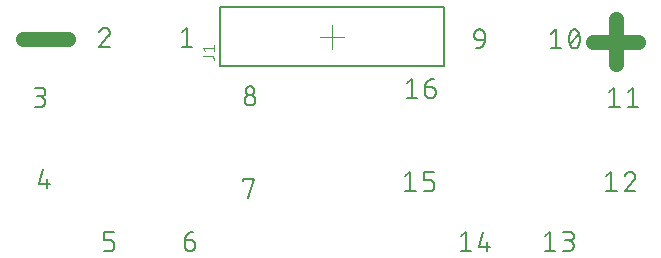
<source format=gto>
G75*
%MOIN*%
%OFA0B0*%
%FSLAX25Y25*%
%IPPOS*%
%LPD*%
%AMOC8*
5,1,8,0,0,1.08239X$1,22.5*
%
%ADD10C,0.05000*%
%ADD11C,0.00600*%
%ADD12C,0.00500*%
%ADD13C,0.00300*%
%ADD14C,0.00000*%
D10*
X0023500Y0108000D02*
X0038500Y0108000D01*
X0213500Y0107000D02*
X0228500Y0107000D01*
X0221000Y0099500D02*
X0221000Y0114500D01*
D11*
X0052433Y0037300D02*
X0050300Y0037300D01*
X0052433Y0037300D02*
X0052507Y0037302D01*
X0052582Y0037308D01*
X0052655Y0037318D01*
X0052729Y0037331D01*
X0052801Y0037348D01*
X0052872Y0037370D01*
X0052943Y0037394D01*
X0053011Y0037423D01*
X0053079Y0037455D01*
X0053144Y0037491D01*
X0053207Y0037529D01*
X0053269Y0037572D01*
X0053328Y0037617D01*
X0053385Y0037665D01*
X0053439Y0037716D01*
X0053490Y0037770D01*
X0053538Y0037827D01*
X0053583Y0037886D01*
X0053626Y0037948D01*
X0053664Y0038011D01*
X0053700Y0038076D01*
X0053732Y0038144D01*
X0053761Y0038212D01*
X0053785Y0038283D01*
X0053807Y0038354D01*
X0053824Y0038426D01*
X0053837Y0038500D01*
X0053847Y0038573D01*
X0053853Y0038648D01*
X0053855Y0038722D01*
X0053856Y0038722D02*
X0053856Y0039433D01*
X0053855Y0039433D02*
X0053853Y0039507D01*
X0053847Y0039582D01*
X0053837Y0039655D01*
X0053824Y0039729D01*
X0053807Y0039801D01*
X0053785Y0039872D01*
X0053761Y0039943D01*
X0053732Y0040011D01*
X0053700Y0040079D01*
X0053664Y0040144D01*
X0053626Y0040207D01*
X0053583Y0040269D01*
X0053538Y0040328D01*
X0053490Y0040385D01*
X0053439Y0040439D01*
X0053385Y0040490D01*
X0053328Y0040538D01*
X0053269Y0040583D01*
X0053207Y0040626D01*
X0053144Y0040664D01*
X0053079Y0040700D01*
X0053011Y0040732D01*
X0052943Y0040761D01*
X0052872Y0040785D01*
X0052801Y0040807D01*
X0052729Y0040824D01*
X0052655Y0040837D01*
X0052582Y0040847D01*
X0052507Y0040853D01*
X0052433Y0040855D01*
X0052433Y0040856D02*
X0050300Y0040856D01*
X0050300Y0043700D01*
X0053856Y0043700D01*
X0077300Y0040856D02*
X0077300Y0039078D01*
X0077300Y0040856D02*
X0079433Y0040856D01*
X0077300Y0040856D02*
X0077302Y0040962D01*
X0077308Y0041069D01*
X0077318Y0041174D01*
X0077332Y0041280D01*
X0077350Y0041385D01*
X0077371Y0041489D01*
X0077397Y0041592D01*
X0077426Y0041694D01*
X0077460Y0041795D01*
X0077497Y0041895D01*
X0077537Y0041993D01*
X0077582Y0042090D01*
X0077630Y0042185D01*
X0077681Y0042278D01*
X0077736Y0042369D01*
X0077794Y0042458D01*
X0077856Y0042545D01*
X0077920Y0042629D01*
X0077988Y0042711D01*
X0078059Y0042790D01*
X0078133Y0042867D01*
X0078210Y0042941D01*
X0078289Y0043012D01*
X0078371Y0043080D01*
X0078455Y0043144D01*
X0078542Y0043206D01*
X0078631Y0043264D01*
X0078722Y0043319D01*
X0078815Y0043370D01*
X0078910Y0043418D01*
X0079007Y0043463D01*
X0079105Y0043503D01*
X0079205Y0043540D01*
X0079306Y0043574D01*
X0079408Y0043603D01*
X0079511Y0043629D01*
X0079615Y0043650D01*
X0079720Y0043668D01*
X0079826Y0043682D01*
X0079931Y0043692D01*
X0080038Y0043698D01*
X0080144Y0043700D01*
X0079433Y0040855D02*
X0079507Y0040853D01*
X0079582Y0040847D01*
X0079655Y0040837D01*
X0079729Y0040824D01*
X0079801Y0040807D01*
X0079872Y0040785D01*
X0079943Y0040761D01*
X0080011Y0040732D01*
X0080079Y0040700D01*
X0080144Y0040664D01*
X0080207Y0040626D01*
X0080269Y0040583D01*
X0080328Y0040538D01*
X0080385Y0040490D01*
X0080439Y0040439D01*
X0080490Y0040385D01*
X0080538Y0040328D01*
X0080583Y0040269D01*
X0080626Y0040207D01*
X0080664Y0040144D01*
X0080700Y0040079D01*
X0080732Y0040011D01*
X0080761Y0039943D01*
X0080785Y0039872D01*
X0080807Y0039801D01*
X0080824Y0039729D01*
X0080837Y0039655D01*
X0080847Y0039582D01*
X0080853Y0039507D01*
X0080855Y0039433D01*
X0080856Y0039433D02*
X0080856Y0039078D01*
X0080854Y0038995D01*
X0080848Y0038912D01*
X0080838Y0038829D01*
X0080825Y0038746D01*
X0080807Y0038665D01*
X0080786Y0038584D01*
X0080761Y0038505D01*
X0080732Y0038427D01*
X0080700Y0038350D01*
X0080664Y0038275D01*
X0080625Y0038201D01*
X0080582Y0038130D01*
X0080536Y0038060D01*
X0080486Y0037993D01*
X0080434Y0037928D01*
X0080379Y0037866D01*
X0080320Y0037806D01*
X0080259Y0037749D01*
X0080196Y0037695D01*
X0080130Y0037644D01*
X0080061Y0037597D01*
X0079991Y0037552D01*
X0079918Y0037511D01*
X0079844Y0037474D01*
X0079768Y0037439D01*
X0079690Y0037409D01*
X0079612Y0037382D01*
X0079531Y0037359D01*
X0079450Y0037339D01*
X0079368Y0037324D01*
X0079286Y0037312D01*
X0079203Y0037304D01*
X0079120Y0037300D01*
X0079036Y0037300D01*
X0078953Y0037304D01*
X0078870Y0037312D01*
X0078788Y0037324D01*
X0078706Y0037339D01*
X0078625Y0037359D01*
X0078544Y0037382D01*
X0078466Y0037409D01*
X0078388Y0037439D01*
X0078312Y0037474D01*
X0078238Y0037511D01*
X0078165Y0037552D01*
X0078095Y0037597D01*
X0078026Y0037644D01*
X0077960Y0037695D01*
X0077897Y0037749D01*
X0077836Y0037806D01*
X0077777Y0037866D01*
X0077722Y0037928D01*
X0077670Y0037993D01*
X0077620Y0038060D01*
X0077574Y0038130D01*
X0077531Y0038201D01*
X0077492Y0038275D01*
X0077456Y0038350D01*
X0077424Y0038427D01*
X0077395Y0038505D01*
X0077370Y0038584D01*
X0077349Y0038665D01*
X0077331Y0038746D01*
X0077318Y0038829D01*
X0077308Y0038912D01*
X0077302Y0038995D01*
X0077300Y0039078D01*
X0098578Y0054800D02*
X0100356Y0061200D01*
X0096800Y0061200D01*
X0096800Y0060489D01*
X0097300Y0087578D02*
X0097302Y0087495D01*
X0097308Y0087412D01*
X0097318Y0087329D01*
X0097331Y0087246D01*
X0097349Y0087165D01*
X0097370Y0087084D01*
X0097395Y0087005D01*
X0097424Y0086927D01*
X0097456Y0086850D01*
X0097492Y0086775D01*
X0097531Y0086701D01*
X0097574Y0086630D01*
X0097620Y0086560D01*
X0097670Y0086493D01*
X0097722Y0086428D01*
X0097777Y0086366D01*
X0097836Y0086306D01*
X0097897Y0086249D01*
X0097960Y0086195D01*
X0098026Y0086144D01*
X0098095Y0086097D01*
X0098165Y0086052D01*
X0098238Y0086011D01*
X0098312Y0085974D01*
X0098388Y0085939D01*
X0098466Y0085909D01*
X0098544Y0085882D01*
X0098625Y0085859D01*
X0098706Y0085839D01*
X0098788Y0085824D01*
X0098870Y0085812D01*
X0098953Y0085804D01*
X0099036Y0085800D01*
X0099120Y0085800D01*
X0099203Y0085804D01*
X0099286Y0085812D01*
X0099368Y0085824D01*
X0099450Y0085839D01*
X0099531Y0085859D01*
X0099612Y0085882D01*
X0099690Y0085909D01*
X0099768Y0085939D01*
X0099844Y0085974D01*
X0099918Y0086011D01*
X0099991Y0086052D01*
X0100061Y0086097D01*
X0100130Y0086144D01*
X0100196Y0086195D01*
X0100259Y0086249D01*
X0100320Y0086306D01*
X0100379Y0086366D01*
X0100434Y0086428D01*
X0100486Y0086493D01*
X0100536Y0086560D01*
X0100582Y0086630D01*
X0100625Y0086701D01*
X0100664Y0086775D01*
X0100700Y0086850D01*
X0100732Y0086927D01*
X0100761Y0087005D01*
X0100786Y0087084D01*
X0100807Y0087165D01*
X0100825Y0087246D01*
X0100838Y0087329D01*
X0100848Y0087412D01*
X0100854Y0087495D01*
X0100856Y0087578D01*
X0100854Y0087661D01*
X0100848Y0087744D01*
X0100838Y0087827D01*
X0100825Y0087910D01*
X0100807Y0087991D01*
X0100786Y0088072D01*
X0100761Y0088151D01*
X0100732Y0088229D01*
X0100700Y0088306D01*
X0100664Y0088381D01*
X0100625Y0088455D01*
X0100582Y0088526D01*
X0100536Y0088596D01*
X0100486Y0088663D01*
X0100434Y0088728D01*
X0100379Y0088790D01*
X0100320Y0088850D01*
X0100259Y0088907D01*
X0100196Y0088961D01*
X0100130Y0089012D01*
X0100061Y0089059D01*
X0099991Y0089104D01*
X0099918Y0089145D01*
X0099844Y0089182D01*
X0099768Y0089217D01*
X0099690Y0089247D01*
X0099612Y0089274D01*
X0099531Y0089297D01*
X0099450Y0089317D01*
X0099368Y0089332D01*
X0099286Y0089344D01*
X0099203Y0089352D01*
X0099120Y0089356D01*
X0099036Y0089356D01*
X0098953Y0089352D01*
X0098870Y0089344D01*
X0098788Y0089332D01*
X0098706Y0089317D01*
X0098625Y0089297D01*
X0098544Y0089274D01*
X0098466Y0089247D01*
X0098388Y0089217D01*
X0098312Y0089182D01*
X0098238Y0089145D01*
X0098165Y0089104D01*
X0098095Y0089059D01*
X0098026Y0089012D01*
X0097960Y0088961D01*
X0097897Y0088907D01*
X0097836Y0088850D01*
X0097777Y0088790D01*
X0097722Y0088728D01*
X0097670Y0088663D01*
X0097620Y0088596D01*
X0097574Y0088526D01*
X0097531Y0088455D01*
X0097492Y0088381D01*
X0097456Y0088306D01*
X0097424Y0088229D01*
X0097395Y0088151D01*
X0097370Y0088072D01*
X0097349Y0087991D01*
X0097331Y0087910D01*
X0097318Y0087827D01*
X0097308Y0087744D01*
X0097302Y0087661D01*
X0097300Y0087578D01*
X0097656Y0090778D02*
X0097658Y0090704D01*
X0097664Y0090629D01*
X0097674Y0090556D01*
X0097687Y0090482D01*
X0097704Y0090410D01*
X0097726Y0090339D01*
X0097750Y0090268D01*
X0097779Y0090200D01*
X0097811Y0090132D01*
X0097847Y0090067D01*
X0097885Y0090004D01*
X0097928Y0089942D01*
X0097973Y0089883D01*
X0098021Y0089826D01*
X0098072Y0089772D01*
X0098126Y0089721D01*
X0098183Y0089673D01*
X0098242Y0089628D01*
X0098304Y0089585D01*
X0098367Y0089547D01*
X0098432Y0089511D01*
X0098500Y0089479D01*
X0098568Y0089450D01*
X0098639Y0089426D01*
X0098710Y0089404D01*
X0098782Y0089387D01*
X0098856Y0089374D01*
X0098929Y0089364D01*
X0099004Y0089358D01*
X0099078Y0089356D01*
X0099152Y0089358D01*
X0099227Y0089364D01*
X0099300Y0089374D01*
X0099374Y0089387D01*
X0099446Y0089404D01*
X0099517Y0089426D01*
X0099588Y0089450D01*
X0099656Y0089479D01*
X0099724Y0089511D01*
X0099789Y0089547D01*
X0099852Y0089585D01*
X0099914Y0089628D01*
X0099973Y0089673D01*
X0100030Y0089721D01*
X0100084Y0089772D01*
X0100135Y0089826D01*
X0100183Y0089883D01*
X0100228Y0089942D01*
X0100271Y0090004D01*
X0100309Y0090067D01*
X0100345Y0090132D01*
X0100377Y0090200D01*
X0100406Y0090268D01*
X0100430Y0090339D01*
X0100452Y0090410D01*
X0100469Y0090482D01*
X0100482Y0090556D01*
X0100492Y0090629D01*
X0100498Y0090704D01*
X0100500Y0090778D01*
X0100498Y0090852D01*
X0100492Y0090927D01*
X0100482Y0091000D01*
X0100469Y0091074D01*
X0100452Y0091146D01*
X0100430Y0091217D01*
X0100406Y0091288D01*
X0100377Y0091356D01*
X0100345Y0091424D01*
X0100309Y0091489D01*
X0100271Y0091552D01*
X0100228Y0091614D01*
X0100183Y0091673D01*
X0100135Y0091730D01*
X0100084Y0091784D01*
X0100030Y0091835D01*
X0099973Y0091883D01*
X0099914Y0091928D01*
X0099852Y0091971D01*
X0099789Y0092009D01*
X0099724Y0092045D01*
X0099656Y0092077D01*
X0099588Y0092106D01*
X0099517Y0092130D01*
X0099446Y0092152D01*
X0099374Y0092169D01*
X0099300Y0092182D01*
X0099227Y0092192D01*
X0099152Y0092198D01*
X0099078Y0092200D01*
X0099004Y0092198D01*
X0098929Y0092192D01*
X0098856Y0092182D01*
X0098782Y0092169D01*
X0098710Y0092152D01*
X0098639Y0092130D01*
X0098568Y0092106D01*
X0098500Y0092077D01*
X0098432Y0092045D01*
X0098367Y0092009D01*
X0098304Y0091971D01*
X0098242Y0091928D01*
X0098183Y0091883D01*
X0098126Y0091835D01*
X0098072Y0091784D01*
X0098021Y0091730D01*
X0097973Y0091673D01*
X0097928Y0091614D01*
X0097885Y0091552D01*
X0097847Y0091489D01*
X0097811Y0091424D01*
X0097779Y0091356D01*
X0097750Y0091288D01*
X0097726Y0091217D01*
X0097704Y0091146D01*
X0097687Y0091074D01*
X0097674Y0091000D01*
X0097664Y0090927D01*
X0097658Y0090852D01*
X0097656Y0090778D01*
X0079856Y0105300D02*
X0076300Y0105300D01*
X0078078Y0105300D02*
X0078078Y0111700D01*
X0076300Y0110278D01*
X0052356Y0105300D02*
X0048800Y0105300D01*
X0051822Y0108856D01*
X0050756Y0111700D02*
X0050667Y0111698D01*
X0050578Y0111692D01*
X0050489Y0111683D01*
X0050401Y0111669D01*
X0050314Y0111652D01*
X0050227Y0111631D01*
X0050141Y0111606D01*
X0050057Y0111578D01*
X0049974Y0111545D01*
X0049892Y0111510D01*
X0049812Y0111470D01*
X0049734Y0111428D01*
X0049657Y0111382D01*
X0049583Y0111333D01*
X0049511Y0111280D01*
X0049441Y0111225D01*
X0049374Y0111166D01*
X0049309Y0111105D01*
X0049247Y0111041D01*
X0049188Y0110974D01*
X0049132Y0110905D01*
X0049079Y0110833D01*
X0049029Y0110759D01*
X0048982Y0110683D01*
X0048939Y0110606D01*
X0048899Y0110526D01*
X0048862Y0110445D01*
X0048829Y0110362D01*
X0048800Y0110277D01*
X0051823Y0108855D02*
X0051880Y0108913D01*
X0051936Y0108974D01*
X0051988Y0109037D01*
X0052037Y0109102D01*
X0052083Y0109170D01*
X0052125Y0109240D01*
X0052165Y0109312D01*
X0052200Y0109385D01*
X0052233Y0109461D01*
X0052261Y0109537D01*
X0052286Y0109615D01*
X0052307Y0109694D01*
X0052325Y0109774D01*
X0052338Y0109855D01*
X0052348Y0109936D01*
X0052354Y0110018D01*
X0052356Y0110100D01*
X0052354Y0110179D01*
X0052348Y0110257D01*
X0052339Y0110335D01*
X0052325Y0110412D01*
X0052308Y0110489D01*
X0052287Y0110564D01*
X0052262Y0110639D01*
X0052234Y0110712D01*
X0052202Y0110784D01*
X0052167Y0110854D01*
X0052128Y0110923D01*
X0052086Y0110989D01*
X0052041Y0111053D01*
X0051993Y0111115D01*
X0051942Y0111174D01*
X0051887Y0111231D01*
X0051830Y0111286D01*
X0051771Y0111337D01*
X0051709Y0111385D01*
X0051645Y0111430D01*
X0051579Y0111472D01*
X0051510Y0111511D01*
X0051440Y0111546D01*
X0051368Y0111578D01*
X0051295Y0111606D01*
X0051220Y0111631D01*
X0051145Y0111652D01*
X0051068Y0111669D01*
X0050991Y0111683D01*
X0050913Y0111692D01*
X0050835Y0111698D01*
X0050756Y0111700D01*
X0029433Y0091700D02*
X0027300Y0091700D01*
X0029433Y0091700D02*
X0029507Y0091698D01*
X0029582Y0091692D01*
X0029655Y0091682D01*
X0029729Y0091669D01*
X0029801Y0091652D01*
X0029872Y0091630D01*
X0029943Y0091606D01*
X0030011Y0091577D01*
X0030079Y0091545D01*
X0030144Y0091509D01*
X0030207Y0091471D01*
X0030269Y0091428D01*
X0030328Y0091383D01*
X0030385Y0091335D01*
X0030439Y0091284D01*
X0030490Y0091230D01*
X0030538Y0091173D01*
X0030583Y0091114D01*
X0030626Y0091052D01*
X0030664Y0090989D01*
X0030700Y0090924D01*
X0030732Y0090856D01*
X0030761Y0090788D01*
X0030785Y0090717D01*
X0030807Y0090646D01*
X0030824Y0090574D01*
X0030837Y0090500D01*
X0030847Y0090427D01*
X0030853Y0090352D01*
X0030855Y0090278D01*
X0030853Y0090204D01*
X0030847Y0090129D01*
X0030837Y0090056D01*
X0030824Y0089982D01*
X0030807Y0089910D01*
X0030785Y0089839D01*
X0030761Y0089768D01*
X0030732Y0089700D01*
X0030700Y0089632D01*
X0030664Y0089567D01*
X0030626Y0089504D01*
X0030583Y0089442D01*
X0030538Y0089383D01*
X0030490Y0089326D01*
X0030439Y0089272D01*
X0030385Y0089221D01*
X0030328Y0089173D01*
X0030269Y0089128D01*
X0030207Y0089085D01*
X0030144Y0089047D01*
X0030079Y0089011D01*
X0030011Y0088979D01*
X0029943Y0088950D01*
X0029872Y0088926D01*
X0029801Y0088904D01*
X0029729Y0088887D01*
X0029655Y0088874D01*
X0029582Y0088864D01*
X0029507Y0088858D01*
X0029433Y0088856D01*
X0028011Y0088856D01*
X0029078Y0088856D02*
X0029161Y0088854D01*
X0029244Y0088848D01*
X0029327Y0088838D01*
X0029410Y0088825D01*
X0029491Y0088807D01*
X0029572Y0088786D01*
X0029651Y0088761D01*
X0029729Y0088732D01*
X0029806Y0088700D01*
X0029881Y0088664D01*
X0029955Y0088625D01*
X0030026Y0088582D01*
X0030096Y0088536D01*
X0030163Y0088486D01*
X0030228Y0088434D01*
X0030290Y0088379D01*
X0030350Y0088320D01*
X0030407Y0088259D01*
X0030461Y0088196D01*
X0030512Y0088130D01*
X0030559Y0088061D01*
X0030604Y0087991D01*
X0030645Y0087918D01*
X0030682Y0087844D01*
X0030717Y0087768D01*
X0030747Y0087690D01*
X0030774Y0087612D01*
X0030797Y0087531D01*
X0030817Y0087450D01*
X0030832Y0087368D01*
X0030844Y0087286D01*
X0030852Y0087203D01*
X0030856Y0087120D01*
X0030856Y0087036D01*
X0030852Y0086953D01*
X0030844Y0086870D01*
X0030832Y0086788D01*
X0030817Y0086706D01*
X0030797Y0086625D01*
X0030774Y0086544D01*
X0030747Y0086466D01*
X0030717Y0086388D01*
X0030682Y0086312D01*
X0030645Y0086238D01*
X0030604Y0086165D01*
X0030559Y0086095D01*
X0030512Y0086026D01*
X0030461Y0085960D01*
X0030407Y0085897D01*
X0030350Y0085836D01*
X0030290Y0085777D01*
X0030228Y0085722D01*
X0030163Y0085670D01*
X0030096Y0085620D01*
X0030026Y0085574D01*
X0029955Y0085531D01*
X0029881Y0085492D01*
X0029806Y0085456D01*
X0029729Y0085424D01*
X0029651Y0085395D01*
X0029572Y0085370D01*
X0029491Y0085349D01*
X0029410Y0085331D01*
X0029327Y0085318D01*
X0029244Y0085308D01*
X0029161Y0085302D01*
X0029078Y0085300D01*
X0027300Y0085300D01*
X0030222Y0064700D02*
X0028800Y0059722D01*
X0032356Y0059722D01*
X0031289Y0061144D02*
X0031289Y0058300D01*
X0150800Y0057300D02*
X0154356Y0057300D01*
X0152578Y0057300D02*
X0152578Y0063700D01*
X0150800Y0062278D01*
X0156954Y0060856D02*
X0156954Y0063700D01*
X0160510Y0063700D01*
X0159087Y0060856D02*
X0156954Y0060856D01*
X0159087Y0060855D02*
X0159161Y0060853D01*
X0159236Y0060847D01*
X0159309Y0060837D01*
X0159383Y0060824D01*
X0159455Y0060807D01*
X0159526Y0060785D01*
X0159597Y0060761D01*
X0159665Y0060732D01*
X0159733Y0060700D01*
X0159798Y0060664D01*
X0159861Y0060626D01*
X0159923Y0060583D01*
X0159982Y0060538D01*
X0160039Y0060490D01*
X0160093Y0060439D01*
X0160144Y0060385D01*
X0160192Y0060328D01*
X0160237Y0060269D01*
X0160280Y0060207D01*
X0160318Y0060144D01*
X0160354Y0060079D01*
X0160386Y0060011D01*
X0160415Y0059943D01*
X0160439Y0059872D01*
X0160461Y0059801D01*
X0160478Y0059729D01*
X0160491Y0059655D01*
X0160501Y0059582D01*
X0160507Y0059507D01*
X0160509Y0059433D01*
X0160510Y0059433D02*
X0160510Y0058722D01*
X0160509Y0058722D02*
X0160507Y0058648D01*
X0160501Y0058573D01*
X0160491Y0058500D01*
X0160478Y0058426D01*
X0160461Y0058354D01*
X0160439Y0058283D01*
X0160415Y0058212D01*
X0160386Y0058144D01*
X0160354Y0058076D01*
X0160318Y0058011D01*
X0160280Y0057948D01*
X0160237Y0057886D01*
X0160192Y0057827D01*
X0160144Y0057770D01*
X0160093Y0057716D01*
X0160039Y0057665D01*
X0159982Y0057617D01*
X0159923Y0057572D01*
X0159861Y0057529D01*
X0159798Y0057491D01*
X0159733Y0057455D01*
X0159665Y0057423D01*
X0159597Y0057394D01*
X0159526Y0057370D01*
X0159455Y0057348D01*
X0159383Y0057331D01*
X0159309Y0057318D01*
X0159236Y0057308D01*
X0159161Y0057302D01*
X0159087Y0057300D01*
X0156954Y0057300D01*
X0169300Y0042278D02*
X0171078Y0043700D01*
X0171078Y0037300D01*
X0169300Y0037300D02*
X0172856Y0037300D01*
X0175454Y0038722D02*
X0179010Y0038722D01*
X0177943Y0040144D02*
X0177943Y0037300D01*
X0175454Y0038722D02*
X0176876Y0043700D01*
X0197300Y0042278D02*
X0199078Y0043700D01*
X0199078Y0037300D01*
X0197300Y0037300D02*
X0200856Y0037300D01*
X0203454Y0037300D02*
X0205232Y0037300D01*
X0205315Y0037302D01*
X0205398Y0037308D01*
X0205481Y0037318D01*
X0205564Y0037331D01*
X0205645Y0037349D01*
X0205726Y0037370D01*
X0205805Y0037395D01*
X0205883Y0037424D01*
X0205960Y0037456D01*
X0206035Y0037492D01*
X0206109Y0037531D01*
X0206180Y0037574D01*
X0206250Y0037620D01*
X0206317Y0037670D01*
X0206382Y0037722D01*
X0206444Y0037777D01*
X0206504Y0037836D01*
X0206561Y0037897D01*
X0206615Y0037960D01*
X0206666Y0038026D01*
X0206713Y0038095D01*
X0206758Y0038165D01*
X0206799Y0038238D01*
X0206836Y0038312D01*
X0206871Y0038388D01*
X0206901Y0038466D01*
X0206928Y0038544D01*
X0206951Y0038625D01*
X0206971Y0038706D01*
X0206986Y0038788D01*
X0206998Y0038870D01*
X0207006Y0038953D01*
X0207010Y0039036D01*
X0207010Y0039120D01*
X0207006Y0039203D01*
X0206998Y0039286D01*
X0206986Y0039368D01*
X0206971Y0039450D01*
X0206951Y0039531D01*
X0206928Y0039612D01*
X0206901Y0039690D01*
X0206871Y0039768D01*
X0206836Y0039844D01*
X0206799Y0039918D01*
X0206758Y0039991D01*
X0206713Y0040061D01*
X0206666Y0040130D01*
X0206615Y0040196D01*
X0206561Y0040259D01*
X0206504Y0040320D01*
X0206444Y0040379D01*
X0206382Y0040434D01*
X0206317Y0040486D01*
X0206250Y0040536D01*
X0206180Y0040582D01*
X0206109Y0040625D01*
X0206035Y0040664D01*
X0205960Y0040700D01*
X0205883Y0040732D01*
X0205805Y0040761D01*
X0205726Y0040786D01*
X0205645Y0040807D01*
X0205564Y0040825D01*
X0205481Y0040838D01*
X0205398Y0040848D01*
X0205315Y0040854D01*
X0205232Y0040856D01*
X0205587Y0040856D02*
X0204165Y0040856D01*
X0205587Y0040856D02*
X0205661Y0040858D01*
X0205736Y0040864D01*
X0205809Y0040874D01*
X0205883Y0040887D01*
X0205955Y0040904D01*
X0206026Y0040926D01*
X0206097Y0040950D01*
X0206165Y0040979D01*
X0206233Y0041011D01*
X0206298Y0041047D01*
X0206361Y0041085D01*
X0206423Y0041128D01*
X0206482Y0041173D01*
X0206539Y0041221D01*
X0206593Y0041272D01*
X0206644Y0041326D01*
X0206692Y0041383D01*
X0206737Y0041442D01*
X0206780Y0041504D01*
X0206818Y0041567D01*
X0206854Y0041632D01*
X0206886Y0041700D01*
X0206915Y0041768D01*
X0206939Y0041839D01*
X0206961Y0041910D01*
X0206978Y0041982D01*
X0206991Y0042056D01*
X0207001Y0042129D01*
X0207007Y0042204D01*
X0207009Y0042278D01*
X0207007Y0042352D01*
X0207001Y0042427D01*
X0206991Y0042500D01*
X0206978Y0042574D01*
X0206961Y0042646D01*
X0206939Y0042717D01*
X0206915Y0042788D01*
X0206886Y0042856D01*
X0206854Y0042924D01*
X0206818Y0042989D01*
X0206780Y0043052D01*
X0206737Y0043114D01*
X0206692Y0043173D01*
X0206644Y0043230D01*
X0206593Y0043284D01*
X0206539Y0043335D01*
X0206482Y0043383D01*
X0206423Y0043428D01*
X0206361Y0043471D01*
X0206298Y0043509D01*
X0206233Y0043545D01*
X0206165Y0043577D01*
X0206097Y0043606D01*
X0206026Y0043630D01*
X0205955Y0043652D01*
X0205883Y0043669D01*
X0205809Y0043682D01*
X0205736Y0043692D01*
X0205661Y0043698D01*
X0205587Y0043700D01*
X0203454Y0043700D01*
X0217800Y0057300D02*
X0221356Y0057300D01*
X0219578Y0057300D02*
X0219578Y0063700D01*
X0217800Y0062278D01*
X0223954Y0057300D02*
X0227510Y0057300D01*
X0223954Y0057300D02*
X0226976Y0060856D01*
X0225910Y0063700D02*
X0225821Y0063698D01*
X0225732Y0063692D01*
X0225643Y0063683D01*
X0225555Y0063669D01*
X0225468Y0063652D01*
X0225381Y0063631D01*
X0225295Y0063606D01*
X0225211Y0063578D01*
X0225128Y0063545D01*
X0225046Y0063510D01*
X0224966Y0063470D01*
X0224888Y0063428D01*
X0224811Y0063382D01*
X0224737Y0063333D01*
X0224665Y0063280D01*
X0224595Y0063225D01*
X0224528Y0063166D01*
X0224463Y0063105D01*
X0224401Y0063041D01*
X0224342Y0062974D01*
X0224286Y0062905D01*
X0224233Y0062833D01*
X0224183Y0062759D01*
X0224136Y0062683D01*
X0224093Y0062606D01*
X0224053Y0062526D01*
X0224016Y0062445D01*
X0223983Y0062362D01*
X0223954Y0062277D01*
X0226977Y0060855D02*
X0227034Y0060913D01*
X0227090Y0060974D01*
X0227142Y0061037D01*
X0227191Y0061102D01*
X0227237Y0061170D01*
X0227279Y0061240D01*
X0227319Y0061312D01*
X0227354Y0061385D01*
X0227387Y0061461D01*
X0227415Y0061537D01*
X0227440Y0061615D01*
X0227461Y0061694D01*
X0227479Y0061774D01*
X0227492Y0061855D01*
X0227502Y0061936D01*
X0227508Y0062018D01*
X0227510Y0062100D01*
X0227508Y0062179D01*
X0227502Y0062257D01*
X0227493Y0062335D01*
X0227479Y0062412D01*
X0227462Y0062489D01*
X0227441Y0062564D01*
X0227416Y0062639D01*
X0227388Y0062712D01*
X0227356Y0062784D01*
X0227321Y0062854D01*
X0227282Y0062923D01*
X0227240Y0062989D01*
X0227195Y0063053D01*
X0227147Y0063115D01*
X0227096Y0063174D01*
X0227041Y0063231D01*
X0226984Y0063286D01*
X0226925Y0063337D01*
X0226863Y0063385D01*
X0226799Y0063430D01*
X0226733Y0063472D01*
X0226664Y0063511D01*
X0226594Y0063546D01*
X0226522Y0063578D01*
X0226449Y0063606D01*
X0226374Y0063631D01*
X0226299Y0063652D01*
X0226222Y0063669D01*
X0226145Y0063683D01*
X0226067Y0063692D01*
X0225989Y0063698D01*
X0225910Y0063700D01*
X0226732Y0085300D02*
X0226732Y0091700D01*
X0224954Y0090278D01*
X0220578Y0091700D02*
X0220578Y0085300D01*
X0218800Y0085300D02*
X0222356Y0085300D01*
X0224954Y0085300D02*
X0228510Y0085300D01*
X0220578Y0091700D02*
X0218800Y0090278D01*
X0202856Y0104800D02*
X0199300Y0104800D01*
X0201078Y0104800D02*
X0201078Y0111200D01*
X0199300Y0109778D01*
X0209009Y0108000D02*
X0209007Y0107859D01*
X0209001Y0107719D01*
X0208992Y0107578D01*
X0208979Y0107438D01*
X0208962Y0107298D01*
X0208942Y0107159D01*
X0208917Y0107021D01*
X0208889Y0106883D01*
X0208858Y0106746D01*
X0208822Y0106609D01*
X0208783Y0106474D01*
X0208741Y0106340D01*
X0208695Y0106207D01*
X0208645Y0106075D01*
X0208592Y0105945D01*
X0208536Y0105816D01*
X0208476Y0105689D01*
X0207232Y0104800D02*
X0207161Y0104802D01*
X0207090Y0104808D01*
X0207020Y0104817D01*
X0206950Y0104831D01*
X0206881Y0104848D01*
X0206814Y0104868D01*
X0206747Y0104893D01*
X0206682Y0104921D01*
X0206618Y0104952D01*
X0206556Y0104987D01*
X0206496Y0105025D01*
X0206438Y0105066D01*
X0206383Y0105110D01*
X0206330Y0105158D01*
X0206280Y0105208D01*
X0206232Y0105260D01*
X0206187Y0105315D01*
X0206146Y0105373D01*
X0206107Y0105433D01*
X0206072Y0105494D01*
X0206040Y0105558D01*
X0206012Y0105623D01*
X0205987Y0105689D01*
X0205810Y0106222D02*
X0208654Y0109778D01*
X0208477Y0110311D02*
X0208452Y0110377D01*
X0208424Y0110442D01*
X0208392Y0110506D01*
X0208357Y0110567D01*
X0208318Y0110627D01*
X0208277Y0110685D01*
X0208232Y0110740D01*
X0208184Y0110792D01*
X0208134Y0110842D01*
X0208081Y0110890D01*
X0208026Y0110934D01*
X0207968Y0110975D01*
X0207908Y0111013D01*
X0207846Y0111048D01*
X0207782Y0111079D01*
X0207717Y0111107D01*
X0207650Y0111132D01*
X0207583Y0111152D01*
X0207514Y0111169D01*
X0207444Y0111183D01*
X0207374Y0111192D01*
X0207303Y0111198D01*
X0207232Y0111200D01*
X0207161Y0111198D01*
X0207090Y0111192D01*
X0207020Y0111183D01*
X0206950Y0111169D01*
X0206881Y0111152D01*
X0206814Y0111132D01*
X0206747Y0111107D01*
X0206682Y0111079D01*
X0206618Y0111048D01*
X0206556Y0111013D01*
X0206496Y0110975D01*
X0206438Y0110934D01*
X0206383Y0110890D01*
X0206330Y0110842D01*
X0206280Y0110792D01*
X0206232Y0110740D01*
X0206187Y0110685D01*
X0206146Y0110627D01*
X0206107Y0110567D01*
X0206072Y0110506D01*
X0206040Y0110442D01*
X0206012Y0110377D01*
X0205987Y0110311D01*
X0208476Y0110311D02*
X0208536Y0110184D01*
X0208592Y0110055D01*
X0208645Y0109925D01*
X0208695Y0109793D01*
X0208741Y0109660D01*
X0208783Y0109526D01*
X0208822Y0109391D01*
X0208858Y0109254D01*
X0208889Y0109117D01*
X0208917Y0108979D01*
X0208942Y0108841D01*
X0208962Y0108702D01*
X0208979Y0108562D01*
X0208992Y0108422D01*
X0209001Y0108281D01*
X0209007Y0108141D01*
X0209009Y0108000D01*
X0205454Y0108000D02*
X0205456Y0108141D01*
X0205462Y0108281D01*
X0205471Y0108422D01*
X0205484Y0108562D01*
X0205501Y0108702D01*
X0205521Y0108841D01*
X0205546Y0108979D01*
X0205574Y0109117D01*
X0205605Y0109254D01*
X0205641Y0109391D01*
X0205680Y0109526D01*
X0205722Y0109660D01*
X0205768Y0109793D01*
X0205818Y0109925D01*
X0205871Y0110055D01*
X0205927Y0110184D01*
X0205987Y0110311D01*
X0205454Y0108000D02*
X0205456Y0107859D01*
X0205462Y0107719D01*
X0205471Y0107578D01*
X0205484Y0107438D01*
X0205501Y0107298D01*
X0205521Y0107159D01*
X0205546Y0107021D01*
X0205574Y0106883D01*
X0205605Y0106746D01*
X0205641Y0106609D01*
X0205680Y0106474D01*
X0205722Y0106340D01*
X0205768Y0106207D01*
X0205818Y0106075D01*
X0205871Y0105945D01*
X0205927Y0105816D01*
X0205987Y0105689D01*
X0207232Y0104800D02*
X0207303Y0104802D01*
X0207374Y0104808D01*
X0207444Y0104817D01*
X0207514Y0104831D01*
X0207583Y0104848D01*
X0207650Y0104868D01*
X0207717Y0104893D01*
X0207782Y0104921D01*
X0207846Y0104952D01*
X0207908Y0104987D01*
X0207968Y0105025D01*
X0208025Y0105066D01*
X0208081Y0105110D01*
X0208134Y0105158D01*
X0208184Y0105208D01*
X0208232Y0105260D01*
X0208277Y0105315D01*
X0208318Y0105373D01*
X0208357Y0105433D01*
X0208392Y0105494D01*
X0208424Y0105558D01*
X0208452Y0105623D01*
X0208477Y0105689D01*
X0177356Y0107644D02*
X0177356Y0109422D01*
X0177356Y0107644D02*
X0175222Y0107644D01*
X0177355Y0107644D02*
X0177353Y0107540D01*
X0177347Y0107436D01*
X0177338Y0107333D01*
X0177325Y0107230D01*
X0177308Y0107127D01*
X0177287Y0107026D01*
X0177263Y0106925D01*
X0177234Y0106825D01*
X0177203Y0106726D01*
X0177167Y0106628D01*
X0177128Y0106532D01*
X0177086Y0106437D01*
X0177040Y0106344D01*
X0176991Y0106252D01*
X0176939Y0106162D01*
X0176883Y0106075D01*
X0176824Y0105989D01*
X0176762Y0105906D01*
X0176697Y0105825D01*
X0176629Y0105746D01*
X0176558Y0105670D01*
X0176485Y0105597D01*
X0176409Y0105526D01*
X0176330Y0105458D01*
X0176249Y0105393D01*
X0176166Y0105331D01*
X0176080Y0105272D01*
X0175993Y0105216D01*
X0175903Y0105164D01*
X0175811Y0105115D01*
X0175718Y0105069D01*
X0175623Y0105027D01*
X0175527Y0104988D01*
X0175429Y0104952D01*
X0175330Y0104921D01*
X0175230Y0104892D01*
X0175129Y0104868D01*
X0175028Y0104847D01*
X0174925Y0104830D01*
X0174822Y0104817D01*
X0174719Y0104808D01*
X0174615Y0104802D01*
X0174511Y0104800D01*
X0173800Y0109067D02*
X0173800Y0109422D01*
X0173800Y0109067D02*
X0173802Y0108993D01*
X0173808Y0108918D01*
X0173818Y0108845D01*
X0173831Y0108771D01*
X0173848Y0108699D01*
X0173870Y0108628D01*
X0173894Y0108557D01*
X0173923Y0108489D01*
X0173955Y0108421D01*
X0173991Y0108356D01*
X0174029Y0108293D01*
X0174072Y0108231D01*
X0174117Y0108172D01*
X0174165Y0108115D01*
X0174216Y0108061D01*
X0174270Y0108010D01*
X0174327Y0107962D01*
X0174386Y0107917D01*
X0174448Y0107874D01*
X0174511Y0107836D01*
X0174576Y0107800D01*
X0174644Y0107768D01*
X0174712Y0107739D01*
X0174783Y0107715D01*
X0174854Y0107693D01*
X0174926Y0107676D01*
X0175000Y0107663D01*
X0175073Y0107653D01*
X0175148Y0107647D01*
X0175222Y0107645D01*
X0173800Y0109422D02*
X0173802Y0109505D01*
X0173808Y0109588D01*
X0173818Y0109671D01*
X0173831Y0109754D01*
X0173849Y0109835D01*
X0173870Y0109916D01*
X0173895Y0109995D01*
X0173924Y0110073D01*
X0173956Y0110150D01*
X0173992Y0110225D01*
X0174031Y0110299D01*
X0174074Y0110370D01*
X0174120Y0110440D01*
X0174170Y0110507D01*
X0174222Y0110572D01*
X0174277Y0110634D01*
X0174336Y0110694D01*
X0174397Y0110751D01*
X0174460Y0110805D01*
X0174526Y0110856D01*
X0174595Y0110903D01*
X0174665Y0110948D01*
X0174738Y0110989D01*
X0174812Y0111026D01*
X0174888Y0111061D01*
X0174966Y0111091D01*
X0175044Y0111118D01*
X0175125Y0111141D01*
X0175206Y0111161D01*
X0175288Y0111176D01*
X0175370Y0111188D01*
X0175453Y0111196D01*
X0175536Y0111200D01*
X0175620Y0111200D01*
X0175703Y0111196D01*
X0175786Y0111188D01*
X0175868Y0111176D01*
X0175950Y0111161D01*
X0176031Y0111141D01*
X0176112Y0111118D01*
X0176190Y0111091D01*
X0176268Y0111061D01*
X0176344Y0111026D01*
X0176418Y0110989D01*
X0176491Y0110948D01*
X0176561Y0110903D01*
X0176630Y0110856D01*
X0176696Y0110805D01*
X0176759Y0110751D01*
X0176820Y0110694D01*
X0176879Y0110634D01*
X0176934Y0110572D01*
X0176986Y0110507D01*
X0177036Y0110440D01*
X0177082Y0110370D01*
X0177125Y0110299D01*
X0177164Y0110225D01*
X0177200Y0110150D01*
X0177232Y0110073D01*
X0177261Y0109995D01*
X0177286Y0109916D01*
X0177307Y0109835D01*
X0177325Y0109754D01*
X0177338Y0109671D01*
X0177348Y0109588D01*
X0177354Y0109505D01*
X0177356Y0109422D01*
X0153078Y0094700D02*
X0153078Y0088300D01*
X0151300Y0088300D02*
X0154856Y0088300D01*
X0157454Y0090078D02*
X0157454Y0091856D01*
X0159587Y0091856D01*
X0157454Y0091856D02*
X0157456Y0091962D01*
X0157462Y0092069D01*
X0157472Y0092174D01*
X0157486Y0092280D01*
X0157504Y0092385D01*
X0157525Y0092489D01*
X0157551Y0092592D01*
X0157580Y0092694D01*
X0157614Y0092795D01*
X0157651Y0092895D01*
X0157691Y0092993D01*
X0157736Y0093090D01*
X0157784Y0093185D01*
X0157835Y0093278D01*
X0157890Y0093369D01*
X0157948Y0093458D01*
X0158010Y0093545D01*
X0158074Y0093629D01*
X0158142Y0093711D01*
X0158213Y0093790D01*
X0158287Y0093867D01*
X0158364Y0093941D01*
X0158443Y0094012D01*
X0158525Y0094080D01*
X0158609Y0094144D01*
X0158696Y0094206D01*
X0158785Y0094264D01*
X0158876Y0094319D01*
X0158969Y0094370D01*
X0159064Y0094418D01*
X0159161Y0094463D01*
X0159259Y0094503D01*
X0159359Y0094540D01*
X0159460Y0094574D01*
X0159562Y0094603D01*
X0159665Y0094629D01*
X0159769Y0094650D01*
X0159874Y0094668D01*
X0159980Y0094682D01*
X0160085Y0094692D01*
X0160192Y0094698D01*
X0160298Y0094700D01*
X0159587Y0091855D02*
X0159661Y0091853D01*
X0159736Y0091847D01*
X0159809Y0091837D01*
X0159883Y0091824D01*
X0159955Y0091807D01*
X0160026Y0091785D01*
X0160097Y0091761D01*
X0160165Y0091732D01*
X0160233Y0091700D01*
X0160298Y0091664D01*
X0160361Y0091626D01*
X0160423Y0091583D01*
X0160482Y0091538D01*
X0160539Y0091490D01*
X0160593Y0091439D01*
X0160644Y0091385D01*
X0160692Y0091328D01*
X0160737Y0091269D01*
X0160780Y0091207D01*
X0160818Y0091144D01*
X0160854Y0091079D01*
X0160886Y0091011D01*
X0160915Y0090943D01*
X0160939Y0090872D01*
X0160961Y0090801D01*
X0160978Y0090729D01*
X0160991Y0090655D01*
X0161001Y0090582D01*
X0161007Y0090507D01*
X0161009Y0090433D01*
X0161010Y0090433D02*
X0161010Y0090078D01*
X0161008Y0089995D01*
X0161002Y0089912D01*
X0160992Y0089829D01*
X0160979Y0089746D01*
X0160961Y0089665D01*
X0160940Y0089584D01*
X0160915Y0089505D01*
X0160886Y0089427D01*
X0160854Y0089350D01*
X0160818Y0089275D01*
X0160779Y0089201D01*
X0160736Y0089130D01*
X0160690Y0089060D01*
X0160640Y0088993D01*
X0160588Y0088928D01*
X0160533Y0088866D01*
X0160474Y0088806D01*
X0160413Y0088749D01*
X0160350Y0088695D01*
X0160284Y0088644D01*
X0160215Y0088597D01*
X0160145Y0088552D01*
X0160072Y0088511D01*
X0159998Y0088474D01*
X0159922Y0088439D01*
X0159844Y0088409D01*
X0159766Y0088382D01*
X0159685Y0088359D01*
X0159604Y0088339D01*
X0159522Y0088324D01*
X0159440Y0088312D01*
X0159357Y0088304D01*
X0159274Y0088300D01*
X0159190Y0088300D01*
X0159107Y0088304D01*
X0159024Y0088312D01*
X0158942Y0088324D01*
X0158860Y0088339D01*
X0158779Y0088359D01*
X0158698Y0088382D01*
X0158620Y0088409D01*
X0158542Y0088439D01*
X0158466Y0088474D01*
X0158392Y0088511D01*
X0158319Y0088552D01*
X0158249Y0088597D01*
X0158180Y0088644D01*
X0158114Y0088695D01*
X0158051Y0088749D01*
X0157990Y0088806D01*
X0157931Y0088866D01*
X0157876Y0088928D01*
X0157824Y0088993D01*
X0157774Y0089060D01*
X0157728Y0089130D01*
X0157685Y0089201D01*
X0157646Y0089275D01*
X0157610Y0089350D01*
X0157578Y0089427D01*
X0157549Y0089505D01*
X0157524Y0089584D01*
X0157503Y0089665D01*
X0157485Y0089746D01*
X0157472Y0089829D01*
X0157462Y0089912D01*
X0157456Y0089995D01*
X0157454Y0090078D01*
X0153078Y0094700D02*
X0151300Y0093278D01*
D12*
X0163902Y0098907D02*
X0163902Y0118593D01*
X0089098Y0118593D01*
X0089098Y0098907D01*
X0163902Y0098907D01*
D13*
X0086980Y0101026D02*
X0086980Y0101430D01*
X0086978Y0101485D01*
X0086972Y0101540D01*
X0086963Y0101594D01*
X0086950Y0101648D01*
X0086933Y0101701D01*
X0086913Y0101752D01*
X0086889Y0101802D01*
X0086862Y0101850D01*
X0086832Y0101896D01*
X0086799Y0101940D01*
X0086763Y0101982D01*
X0086724Y0102021D01*
X0086682Y0102057D01*
X0086638Y0102090D01*
X0086592Y0102120D01*
X0086544Y0102147D01*
X0086494Y0102171D01*
X0086443Y0102191D01*
X0086390Y0102208D01*
X0086336Y0102221D01*
X0086282Y0102230D01*
X0086227Y0102236D01*
X0086172Y0102238D01*
X0083343Y0102238D01*
X0084151Y0103865D02*
X0083343Y0104875D01*
X0086980Y0104875D01*
X0086980Y0103865D02*
X0086980Y0105886D01*
D14*
X0122500Y0108750D02*
X0130500Y0108750D01*
X0126500Y0104750D02*
X0126500Y0112750D01*
M02*

</source>
